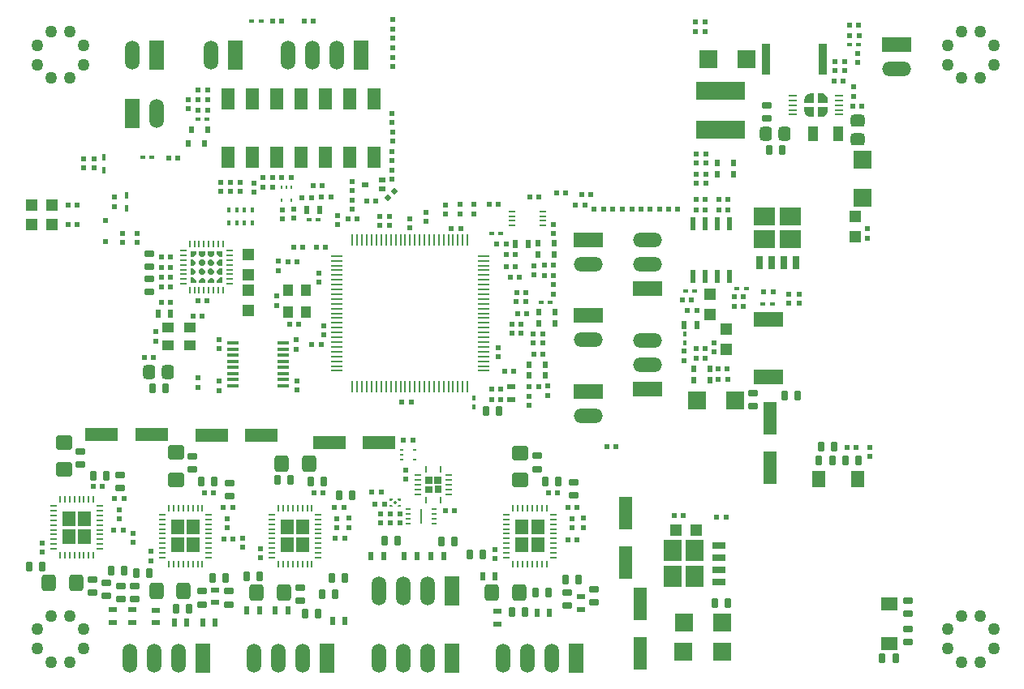
<source format=gtp>
G04*
G04 #@! TF.GenerationSoftware,Altium Limited,Altium Designer,18.1.9 (240)*
G04*
G04 Layer_Color=8421504*
%FSLAX25Y25*%
%MOIN*%
G70*
G01*
G75*
%ADD42R,0.07520X0.08898*%
%ADD43O,0.11900X0.05900*%
%ADD44R,0.11900X0.05900*%
%ADD45R,0.05900X0.11900*%
%ADD46O,0.05900X0.11900*%
%ADD47R,0.05276X0.06181*%
%ADD48R,0.08898X0.07520*%
%ADD49R,0.05706X0.08973*%
%ADD50R,0.02950X0.00965*%
G04:AMPARAMS|DCode=51|XSize=27.13mil|YSize=37.37mil|CornerRadius=4.83mil|HoleSize=0mil|Usage=FLASHONLY|Rotation=180.000|XOffset=0mil|YOffset=0mil|HoleType=Round|Shape=RoundedRectangle|*
%AMROUNDEDRECTD51*
21,1,0.02713,0.02772,0,0,180.0*
21,1,0.01748,0.03737,0,0,180.0*
1,1,0.00965,-0.00874,0.01386*
1,1,0.00965,0.00874,0.01386*
1,1,0.00965,0.00874,-0.01386*
1,1,0.00965,-0.00874,-0.01386*
%
%ADD51ROUNDEDRECTD51*%
%ADD52R,0.19879X0.07615*%
%ADD53R,0.07700X0.07700*%
G04:AMPARAMS|DCode=54|XSize=50mil|YSize=58mil|CornerRadius=12mil|HoleSize=0mil|Usage=FLASHONLY|Rotation=270.000|XOffset=0mil|YOffset=0mil|HoleType=Round|Shape=RoundedRectangle|*
%AMROUNDEDRECTD54*
21,1,0.05000,0.03400,0,0,270.0*
21,1,0.02600,0.05800,0,0,270.0*
1,1,0.02400,-0.01700,-0.01300*
1,1,0.02400,-0.01700,0.01300*
1,1,0.02400,0.01700,0.01300*
1,1,0.02400,0.01700,-0.01300*
%
%ADD54ROUNDEDRECTD54*%
%ADD55R,0.04131X0.06493*%
%ADD56R,0.05233X0.06887*%
%ADD57R,0.01800X0.02600*%
%ADD58R,0.04800X0.01300*%
%ADD59R,0.12400X0.06100*%
G04:AMPARAMS|DCode=60|XSize=50mil|YSize=58mil|CornerRadius=12mil|HoleSize=0mil|Usage=FLASHONLY|Rotation=180.000|XOffset=0mil|YOffset=0mil|HoleType=Round|Shape=RoundedRectangle|*
%AMROUNDEDRECTD60*
21,1,0.05000,0.03400,0,0,180.0*
21,1,0.02600,0.05800,0,0,180.0*
1,1,0.02400,-0.01300,0.01700*
1,1,0.02400,0.01300,0.01700*
1,1,0.02400,0.01300,-0.01700*
1,1,0.02400,-0.01300,-0.01700*
%
%ADD60ROUNDEDRECTD60*%
G04:AMPARAMS|DCode=61|XSize=20mil|YSize=22mil|CornerRadius=3.4mil|HoleSize=0mil|Usage=FLASHONLY|Rotation=0.000|XOffset=0mil|YOffset=0mil|HoleType=Round|Shape=RoundedRectangle|*
%AMROUNDEDRECTD61*
21,1,0.02000,0.01520,0,0,0.0*
21,1,0.01320,0.02200,0,0,0.0*
1,1,0.00680,0.00660,-0.00760*
1,1,0.00680,-0.00660,-0.00760*
1,1,0.00680,-0.00660,0.00760*
1,1,0.00680,0.00660,0.00760*
%
%ADD61ROUNDEDRECTD61*%
%ADD62R,0.05000X0.04000*%
%ADD63R,0.01800X0.02400*%
G04:AMPARAMS|DCode=64|XSize=27.13mil|YSize=37.37mil|CornerRadius=4.83mil|HoleSize=0mil|Usage=FLASHONLY|Rotation=90.000|XOffset=0mil|YOffset=0mil|HoleType=Round|Shape=RoundedRectangle|*
%AMROUNDEDRECTD64*
21,1,0.02713,0.02772,0,0,90.0*
21,1,0.01748,0.03737,0,0,90.0*
1,1,0.00965,0.01386,0.00874*
1,1,0.00965,0.01386,-0.00874*
1,1,0.00965,-0.01386,-0.00874*
1,1,0.00965,-0.01386,0.00874*
%
%ADD64ROUNDEDRECTD64*%
G04:AMPARAMS|DCode=65|XSize=20mil|YSize=22mil|CornerRadius=3.4mil|HoleSize=0mil|Usage=FLASHONLY|Rotation=270.000|XOffset=0mil|YOffset=0mil|HoleType=Round|Shape=RoundedRectangle|*
%AMROUNDEDRECTD65*
21,1,0.02000,0.01520,0,0,270.0*
21,1,0.01320,0.02200,0,0,270.0*
1,1,0.00680,-0.00760,-0.00660*
1,1,0.00680,-0.00760,0.00660*
1,1,0.00680,0.00760,0.00660*
1,1,0.00680,0.00760,-0.00660*
%
%ADD65ROUNDEDRECTD65*%
%ADD66O,0.00784X0.04918*%
%ADD67O,0.04918X0.00784*%
%ADD68R,0.02200X0.02200*%
%ADD69R,0.03343X0.12792*%
%ADD70C,0.05000*%
G04:AMPARAMS|DCode=71|XSize=61mil|YSize=69mil|CornerRadius=14.75mil|HoleSize=0mil|Usage=FLASHONLY|Rotation=90.000|XOffset=0mil|YOffset=0mil|HoleType=Round|Shape=RoundedRectangle|*
%AMROUNDEDRECTD71*
21,1,0.06100,0.03950,0,0,90.0*
21,1,0.03150,0.06900,0,0,90.0*
1,1,0.02950,0.01975,0.01575*
1,1,0.02950,0.01975,-0.01575*
1,1,0.02950,-0.01975,-0.01575*
1,1,0.02950,-0.01975,0.01575*
%
%ADD71ROUNDEDRECTD71*%
%ADD72R,0.13186X0.05312*%
%ADD73R,0.05400X0.02600*%
%ADD74R,0.02200X0.05800*%
%ADD75R,0.04600X0.04600*%
%ADD76R,0.02438X0.03265*%
%ADD77O,0.00784X0.03147*%
%ADD78O,0.03147X0.00784*%
G04:AMPARAMS|DCode=79|XSize=9.02mil|YSize=29.5mil|CornerRadius=3.41mil|HoleSize=0mil|Usage=FLASHONLY|Rotation=180.000|XOffset=0mil|YOffset=0mil|HoleType=Round|Shape=RoundedRectangle|*
%AMROUNDEDRECTD79*
21,1,0.00902,0.02268,0,0,180.0*
21,1,0.00221,0.02950,0,0,180.0*
1,1,0.00682,-0.00110,0.01134*
1,1,0.00682,0.00110,0.01134*
1,1,0.00682,0.00110,-0.01134*
1,1,0.00682,-0.00110,-0.01134*
%
%ADD79ROUNDEDRECTD79*%
G04:AMPARAMS|DCode=80|XSize=9.02mil|YSize=29.5mil|CornerRadius=3.41mil|HoleSize=0mil|Usage=FLASHONLY|Rotation=270.000|XOffset=0mil|YOffset=0mil|HoleType=Round|Shape=RoundedRectangle|*
%AMROUNDEDRECTD80*
21,1,0.00902,0.02268,0,0,270.0*
21,1,0.00221,0.02950,0,0,270.0*
1,1,0.00682,-0.01134,-0.00110*
1,1,0.00682,-0.01134,0.00110*
1,1,0.00682,0.01134,0.00110*
1,1,0.00682,0.01134,-0.00110*
%
%ADD80ROUNDEDRECTD80*%
%ADD81R,0.02162X0.02950*%
%ADD82R,0.03816X0.00965*%
%ADD83R,0.01769X0.01965*%
%ADD84R,0.02950X0.01965*%
%ADD85R,0.01965X0.00784*%
%ADD86R,0.00587X0.06099*%
%ADD87R,0.01572X0.00981*%
%ADD88O,0.00902X0.02950*%
%ADD89O,0.02950X0.00902*%
%ADD90P,0.01849X4X180.0*%
%ADD91R,0.00981X0.01572*%
G04:AMPARAMS|DCode=92|XSize=21.62mil|YSize=22mil|CornerRadius=3.72mil|HoleSize=0mil|Usage=FLASHONLY|Rotation=90.000|XOffset=0mil|YOffset=0mil|HoleType=Round|Shape=RoundedRectangle|*
%AMROUNDEDRECTD92*
21,1,0.02162,0.01455,0,0,90.0*
21,1,0.01417,0.02200,0,0,90.0*
1,1,0.00745,0.00728,0.00709*
1,1,0.00745,0.00728,-0.00709*
1,1,0.00745,-0.00728,-0.00709*
1,1,0.00745,-0.00728,0.00709*
%
%ADD92ROUNDEDRECTD92*%
%ADD93R,0.01965X0.01769*%
%ADD94R,0.03265X0.02438*%
%ADD95R,0.05312X0.13186*%
G04:AMPARAMS|DCode=96|XSize=61mil|YSize=69mil|CornerRadius=14.75mil|HoleSize=0mil|Usage=FLASHONLY|Rotation=180.000|XOffset=0mil|YOffset=0mil|HoleType=Round|Shape=RoundedRectangle|*
%AMROUNDEDRECTD96*
21,1,0.06100,0.03950,0,0,180.0*
21,1,0.03150,0.06900,0,0,180.0*
1,1,0.02950,-0.01575,0.01975*
1,1,0.02950,0.01575,0.01975*
1,1,0.02950,0.01575,-0.01975*
1,1,0.02950,-0.01575,-0.01975*
%
%ADD96ROUNDEDRECTD96*%
%ADD97R,0.04600X0.04600*%
%ADD98R,0.07700X0.07700*%
%ADD99R,0.04000X0.05000*%
G04:AMPARAMS|DCode=100|XSize=20mil|YSize=22mil|CornerRadius=3.4mil|HoleSize=0mil|Usage=FLASHONLY|Rotation=225.000|XOffset=0mil|YOffset=0mil|HoleType=Round|Shape=RoundedRectangle|*
%AMROUNDEDRECTD100*
21,1,0.02000,0.01520,0,0,225.0*
21,1,0.01320,0.02200,0,0,225.0*
1,1,0.00680,-0.01004,0.00071*
1,1,0.00680,-0.00071,0.01004*
1,1,0.00680,0.01004,-0.00071*
1,1,0.00680,0.00071,-0.01004*
%
%ADD100ROUNDEDRECTD100*%
%ADD101R,0.06887X0.05233*%
%ADD102R,0.02600X0.05400*%
G36*
X243748Y19235D02*
X244000D01*
X244495Y19137D01*
X244960Y18944D01*
X245379Y18664D01*
X245736Y18308D01*
X246016Y17888D01*
X246209Y17423D01*
X246307Y16928D01*
Y16676D01*
X246307Y15220D01*
X242291Y15220D01*
X242291Y19235D01*
X243748Y19235D01*
D02*
G37*
G36*
X240756Y15180D02*
X236740Y15180D01*
X236740Y16637D01*
Y16889D01*
X236839Y17383D01*
X237031Y17849D01*
X237312Y18268D01*
X237668Y18625D01*
X238087Y18905D01*
X238553Y19098D01*
X239047Y19196D01*
X239299D01*
X240756Y19196D01*
X240756Y15180D01*
D02*
G37*
G36*
X246346Y12228D02*
Y11975D01*
X246248Y11481D01*
X246055Y11015D01*
X245775Y10596D01*
X245419Y10240D01*
X245000Y9960D01*
X244534Y9767D01*
X244039Y9668D01*
X243787D01*
X242331Y9668D01*
X242331Y13684D01*
X246346Y13684D01*
X246346Y12228D01*
D02*
G37*
G36*
X240795Y13645D02*
X240795Y9629D01*
X239339Y9629D01*
X239087D01*
X238592Y9727D01*
X238126Y9920D01*
X237707Y10200D01*
X237351Y10557D01*
X237071Y10976D01*
X236878Y11442D01*
X236780Y11936D01*
Y12188D01*
X236779Y13645D01*
X240795Y13645D01*
D02*
G37*
G36*
X-5677Y-46920D02*
X-6668Y-47894D01*
X-7485D01*
X-8433Y-46961D01*
Y-45631D01*
X-5677D01*
Y-46920D01*
D02*
G37*
G36*
X-9417D02*
X-10408Y-47894D01*
X-11225D01*
X-12173Y-46961D01*
Y-45631D01*
X-9417D01*
Y-46920D01*
D02*
G37*
G36*
X-2331Y-48091D02*
X-3512D01*
X-4791Y-46812D01*
Y-45631D01*
X-2331D01*
Y-48091D01*
D02*
G37*
G36*
X-13059Y-46812D02*
X-14339Y-48091D01*
X-15520D01*
Y-45631D01*
X-13059D01*
Y-46812D01*
D02*
G37*
G36*
X-9516Y-49863D02*
Y-50847D01*
X-10303Y-51635D01*
X-11287D01*
X-12173Y-50749D01*
Y-49961D01*
X-11189Y-48977D01*
X-10402D01*
X-9516Y-49863D01*
D02*
G37*
G36*
X-2331Y-51733D02*
X-3619D01*
X-4594Y-50743D01*
Y-49925D01*
X-3661Y-48977D01*
X-2331D01*
Y-51733D01*
D02*
G37*
G36*
X-5677Y-49961D02*
Y-50749D01*
X-6661Y-51733D01*
X-7449D01*
X-8335Y-50847D01*
Y-49863D01*
X-7547Y-49076D01*
X-6563D01*
X-5677Y-49961D01*
D02*
G37*
G36*
X-13256Y-49961D02*
Y-50847D01*
X-14142Y-51733D01*
X-15520D01*
Y-48977D01*
X-14240D01*
X-13256Y-49961D01*
D02*
G37*
G36*
X-9516Y-53603D02*
Y-54587D01*
X-10303Y-55375D01*
X-11287D01*
X-12173Y-54489D01*
Y-53702D01*
X-11189Y-52717D01*
X-10402D01*
X-9516Y-53603D01*
D02*
G37*
G36*
X-2331Y-55473D02*
X-3610D01*
X-4594Y-54489D01*
Y-53603D01*
X-3709Y-52717D01*
X-2331D01*
Y-55473D01*
D02*
G37*
G36*
X-5677Y-53702D02*
Y-54489D01*
X-6661Y-55473D01*
X-7449D01*
X-8335Y-54587D01*
Y-53603D01*
X-7547Y-52816D01*
X-6563D01*
X-5677Y-53702D01*
D02*
G37*
G36*
X-13256Y-53708D02*
Y-54525D01*
X-14189Y-55473D01*
X-15520D01*
Y-52717D01*
X-14231D01*
X-13256Y-53708D01*
D02*
G37*
G36*
X-2331Y-58820D02*
X-4791D01*
Y-57639D01*
X-3512Y-56359D01*
X-2331D01*
Y-58820D01*
D02*
G37*
G36*
X-5677Y-57489D02*
Y-58820D01*
X-8433D01*
Y-57531D01*
X-7442Y-56556D01*
X-6625D01*
X-5677Y-57489D01*
D02*
G37*
G36*
X-9417D02*
Y-58820D01*
X-12173D01*
Y-57531D01*
X-11183Y-56556D01*
X-10365D01*
X-9417Y-57489D01*
D02*
G37*
G36*
X-13059Y-57639D02*
Y-58820D01*
X-15520D01*
Y-56359D01*
X-14339D01*
X-13059Y-57639D01*
D02*
G37*
G36*
X87657Y-141260D02*
X84784D01*
Y-138425D01*
X87657D01*
Y-141260D01*
D02*
G37*
G36*
X83878Y-141299D02*
X81043D01*
Y-138425D01*
X83878D01*
Y-141299D01*
D02*
G37*
G36*
X87657Y-145039D02*
X84823D01*
Y-142165D01*
X87657D01*
Y-145039D01*
D02*
G37*
G36*
X83917D02*
X81043D01*
Y-142205D01*
X83917D01*
Y-145039D01*
D02*
G37*
G36*
X71042Y-148227D02*
X70118Y-148227D01*
X69628Y-147736D01*
X69628Y-147403D01*
X71042D01*
Y-148227D01*
D02*
G37*
G36*
X67774Y-147736D02*
X67284Y-148227D01*
X66360Y-148227D01*
Y-147403D01*
X67774D01*
X67774Y-147736D01*
D02*
G37*
G36*
X71042Y-150825D02*
X69628D01*
X69628Y-150492D01*
X70118Y-150002D01*
X71042Y-150002D01*
Y-150825D01*
D02*
G37*
G36*
X67284Y-150002D02*
X67774Y-150492D01*
X67774Y-150825D01*
X66360D01*
Y-150002D01*
X67284Y-150002D01*
D02*
G37*
G54D42*
X182542Y-179376D02*
D03*
X182546Y-168739D02*
D03*
X191802Y-168739D02*
D03*
X191798Y-179376D02*
D03*
G54D43*
X172375Y-82525D02*
D03*
Y-92525D02*
D03*
X148114Y-51060D02*
D03*
Y-82162D02*
D03*
Y-113265D02*
D03*
X274575Y29375D02*
D03*
X172475Y-51125D02*
D03*
Y-41125D02*
D03*
G54D44*
X172375Y-102525D02*
D03*
X148114Y-41060D02*
D03*
Y-72162D02*
D03*
Y-103265D02*
D03*
X274575Y39375D02*
D03*
X172475Y-61125D02*
D03*
G54D45*
X2900Y35000D02*
D03*
X54695Y35043D02*
D03*
X-10500Y-213000D02*
D03*
X40681D02*
D03*
X91862Y-185441D02*
D03*
Y-213000D02*
D03*
X143083Y-212961D02*
D03*
X-39200Y10900D02*
D03*
X-29200Y35000D02*
D03*
G54D46*
X-7100D02*
D03*
X24695Y35043D02*
D03*
X34695D02*
D03*
X44695D02*
D03*
X-20500Y-213000D02*
D03*
X-30500D02*
D03*
X-40500D02*
D03*
X30681D02*
D03*
X20681D02*
D03*
X10681D02*
D03*
X81862Y-185441D02*
D03*
X71862D02*
D03*
X61862D02*
D03*
X81862Y-213000D02*
D03*
X71862D02*
D03*
X61862D02*
D03*
X133083Y-212961D02*
D03*
X123083D02*
D03*
X113083D02*
D03*
X-29200Y10900D02*
D03*
X-39200Y35000D02*
D03*
G54D47*
X120742Y-166503D02*
D03*
X127204Y-159135D02*
D03*
X120747Y-159138D02*
D03*
X127203Y-166504D02*
D03*
X-58935Y-162904D02*
D03*
X-65391Y-155538D02*
D03*
X-58934Y-155535D02*
D03*
X-65395Y-162903D02*
D03*
X-14197Y-166504D02*
D03*
X-20654Y-159138D02*
D03*
X-14196Y-159135D02*
D03*
X-20658Y-166503D02*
D03*
X30803Y-166504D02*
D03*
X24346Y-159138D02*
D03*
X30804Y-159135D02*
D03*
X24342Y-166503D02*
D03*
G54D48*
X220369Y-31334D02*
D03*
X231007Y-31338D02*
D03*
X231007Y-40594D02*
D03*
X220369Y-40590D02*
D03*
G54D49*
X0Y-6949D02*
D03*
Y16949D02*
D03*
X10000Y-6949D02*
D03*
Y16949D02*
D03*
X20000Y-6949D02*
D03*
Y16949D02*
D03*
X30000Y-6949D02*
D03*
Y16949D02*
D03*
X40000Y-6949D02*
D03*
Y16949D02*
D03*
X50000Y-6949D02*
D03*
Y16949D02*
D03*
X60000Y-6949D02*
D03*
Y16949D02*
D03*
G54D50*
X116701Y-29247D02*
D03*
Y-31216D02*
D03*
Y-33184D02*
D03*
Y-35153D02*
D03*
X129299Y-29247D02*
D03*
Y-31216D02*
D03*
Y-33184D02*
D03*
Y-35153D02*
D03*
G54D51*
X-31152Y-102126D02*
D03*
X-25798D02*
D03*
X199998Y-190425D02*
D03*
X205352D02*
D03*
X126298Y-185925D02*
D03*
X131652D02*
D03*
X104752Y-170525D02*
D03*
X99398D02*
D03*
X122052Y-194125D02*
D03*
X116698D02*
D03*
X135652Y-140325D02*
D03*
X130298D02*
D03*
X138698Y-180725D02*
D03*
X144052D02*
D03*
X7498Y-179325D02*
D03*
X12852D02*
D03*
X38598Y-186625D02*
D03*
X43952D02*
D03*
X20198Y-139725D02*
D03*
X25552D02*
D03*
X69705Y-164665D02*
D03*
X64350D02*
D03*
X93052Y-165125D02*
D03*
X87698D02*
D03*
X45598Y-146125D02*
D03*
X50952D02*
D03*
X33998Y-140425D02*
D03*
X39352D02*
D03*
X48052Y-180025D02*
D03*
X42698D02*
D03*
X-10902Y-140425D02*
D03*
X-5548D02*
D03*
X-1148Y-180125D02*
D03*
X-6502D02*
D03*
X-16148Y-192825D02*
D03*
X-21502D02*
D03*
X-32223Y-177900D02*
D03*
X-37577D02*
D03*
X31698Y-194625D02*
D03*
X37052D02*
D03*
X243548Y-125875D02*
D03*
X248902D02*
D03*
X242798Y-131625D02*
D03*
X248152D02*
D03*
X253498D02*
D03*
X258852D02*
D03*
X227552Y-4125D02*
D03*
X222198D02*
D03*
X233852Y-105125D02*
D03*
X228498D02*
D03*
X-55502Y-137925D02*
D03*
X-50148D02*
D03*
X-42548Y-176925D02*
D03*
X-47902D02*
D03*
X-76248Y-175325D02*
D03*
X-81602D02*
D03*
X111240Y-111417D02*
D03*
X105886D02*
D03*
X274152Y-213025D02*
D03*
X268798D02*
D03*
G54D52*
X202275Y20149D02*
D03*
Y4401D02*
D03*
G54D53*
X197201Y33275D02*
D03*
X212975D02*
D03*
X208349Y-106925D02*
D03*
X192575D02*
D03*
X187146Y-198458D02*
D03*
X202921D02*
D03*
X202830Y-210442D02*
D03*
X187056D02*
D03*
G54D54*
X258575Y7915D02*
D03*
Y375D02*
D03*
G54D55*
X240358Y2675D02*
D03*
X250791D02*
D03*
G54D56*
X242565Y-139425D02*
D03*
X258785D02*
D03*
G54D57*
X-50925Y-12381D02*
D03*
Y-6869D02*
D03*
X-41608Y-22657D02*
D03*
Y-28168D02*
D03*
G54D58*
X22587Y-83471D02*
D03*
Y-85971D02*
D03*
X2051Y-101021D02*
D03*
X22587Y-98521D02*
D03*
X2051D02*
D03*
Y-93521D02*
D03*
X22587Y-101021D02*
D03*
X2051Y-96021D02*
D03*
X22587D02*
D03*
X22587Y-93521D02*
D03*
X22587Y-88471D02*
D03*
X2051Y-90971D02*
D03*
Y-88471D02*
D03*
Y-83471D02*
D03*
X22587Y-90971D02*
D03*
X2051Y-85971D02*
D03*
G54D59*
X222008Y-97417D02*
D03*
Y-73706D02*
D03*
G54D60*
X-32225Y-95225D02*
D03*
X-24685D02*
D03*
X221135Y2775D02*
D03*
X228675D02*
D03*
G54D61*
X-27315Y-56325D02*
D03*
X-23525D02*
D03*
X21939Y49016D02*
D03*
X18150D02*
D03*
X169587Y-28425D02*
D03*
X165816D02*
D03*
X154252Y-28504D02*
D03*
X150462D02*
D03*
X149026Y-22520D02*
D03*
X145236D02*
D03*
X142756Y-26693D02*
D03*
X146546D02*
D03*
X186683Y-65765D02*
D03*
X190472D02*
D03*
X35010Y49016D02*
D03*
X31220D02*
D03*
X158100Y-28425D02*
D03*
X161890D02*
D03*
X38239Y-84173D02*
D03*
X34449D02*
D03*
X173428Y-28425D02*
D03*
X177217D02*
D03*
X123966Y-23307D02*
D03*
X127756D02*
D03*
X180974Y-28425D02*
D03*
X184764D02*
D03*
X255344Y47244D02*
D03*
X259134D02*
D03*
X89173Y-152461D02*
D03*
X92943D02*
D03*
X60660Y-24902D02*
D03*
X56870D02*
D03*
X60433Y-149606D02*
D03*
X64203D02*
D03*
X72047Y-123425D02*
D03*
X75817D02*
D03*
X254200Y-126300D02*
D03*
X257990D02*
D03*
X207885Y-64425D02*
D03*
X211675D02*
D03*
X34165Y-23625D02*
D03*
X30375D02*
D03*
X118985Y-71525D02*
D03*
X122775D02*
D03*
X26875Y-43925D02*
D03*
X30665D02*
D03*
X36275D02*
D03*
X40065D02*
D03*
X207885Y-68325D02*
D03*
X211675D02*
D03*
X205145Y-94125D02*
D03*
X201375D02*
D03*
X143445Y-164225D02*
D03*
X139675D02*
D03*
X131575Y-145025D02*
D03*
X135345D02*
D03*
X139605Y-150925D02*
D03*
X143375D02*
D03*
X44075Y-163825D02*
D03*
X47845D02*
D03*
X35275Y-145125D02*
D03*
X39045D02*
D03*
X47575Y-150925D02*
D03*
X43805D02*
D03*
X1945Y-164025D02*
D03*
X-1825D02*
D03*
X-9825Y-145125D02*
D03*
X-6055D02*
D03*
X-1857Y-151025D02*
D03*
X1913D02*
D03*
X248975Y24375D02*
D03*
X252745D02*
D03*
X118505Y-62725D02*
D03*
X122275D02*
D03*
X118075Y-47025D02*
D03*
X114305D02*
D03*
X119699Y-56296D02*
D03*
X115929D02*
D03*
X25267Y-75705D02*
D03*
X29037D02*
D03*
X-8690Y-66047D02*
D03*
X-12460D02*
D03*
X-10525Y-72525D02*
D03*
X-14295D02*
D03*
X-27325Y-47925D02*
D03*
X-23555D02*
D03*
X-27325Y-60325D02*
D03*
X-23555D02*
D03*
X-34295Y-89225D02*
D03*
X-30525D02*
D03*
X71457Y-107677D02*
D03*
X75227D02*
D03*
X118124Y-52162D02*
D03*
X114354D02*
D03*
X-43155Y-160225D02*
D03*
X-46925D02*
D03*
X-55425Y-142525D02*
D03*
X-51655D02*
D03*
X-46595Y-147425D02*
D03*
X-42825D02*
D03*
X159375Y-126025D02*
D03*
X155605D02*
D03*
X-27325Y-66725D02*
D03*
X-23555D02*
D03*
X-20700Y-7300D02*
D03*
X-24490D02*
D03*
X-12300Y16600D02*
D03*
X-8510D02*
D03*
X-12300Y20700D02*
D03*
X-8510D02*
D03*
X-8500Y12400D02*
D03*
X-12290D02*
D03*
X259175Y43120D02*
D03*
X255385D02*
D03*
X192039Y48518D02*
D03*
X195828D02*
D03*
X192039Y44518D02*
D03*
X195828D02*
D03*
X201375Y-98425D02*
D03*
X205165D02*
D03*
X123785Y-101225D02*
D03*
X127575D02*
D03*
X118475Y-66525D02*
D03*
X122265D02*
D03*
X192175Y-89625D02*
D03*
X195965D02*
D03*
X195975Y-85625D02*
D03*
X192185D02*
D03*
X52973Y-32283D02*
D03*
X49183D02*
D03*
X18200Y-15500D02*
D03*
X14430D02*
D03*
X256585Y13875D02*
D03*
X260375D02*
D03*
X201500Y-24500D02*
D03*
X205290D02*
D03*
X129975Y-51425D02*
D03*
X133765D02*
D03*
X188810Y-69900D02*
D03*
X192600D02*
D03*
X-27315Y-52225D02*
D03*
X-23525D02*
D03*
X110475Y-42825D02*
D03*
X114265D02*
D03*
X220085Y-62525D02*
D03*
X223875D02*
D03*
X110975Y-26325D02*
D03*
X107185D02*
D03*
X200785Y-155125D02*
D03*
X204575D02*
D03*
X183275Y-154525D02*
D03*
X187065D02*
D03*
X125485Y-87925D02*
D03*
X129275D02*
D03*
X-61925Y-34825D02*
D03*
X-65715D02*
D03*
X133765Y-55625D02*
D03*
X129975D02*
D03*
X195990Y-24500D02*
D03*
X192200D02*
D03*
X205300Y-28800D02*
D03*
X201510D02*
D03*
X192210D02*
D03*
X196000D02*
D03*
X18200Y-19400D02*
D03*
X14410D02*
D03*
X-61900Y-26725D02*
D03*
X-65690D02*
D03*
X62825Y-144685D02*
D03*
X59035D02*
D03*
X117475Y-95075D02*
D03*
X113685D02*
D03*
X120275Y-75575D02*
D03*
X116485D02*
D03*
X120275Y-79475D02*
D03*
X116485D02*
D03*
X25900Y-15500D02*
D03*
X22110D02*
D03*
X28475Y-49938D02*
D03*
X24685D02*
D03*
X91702Y-36319D02*
D03*
X95492D02*
D03*
X108175Y-102425D02*
D03*
X111965D02*
D03*
X42254Y-23465D02*
D03*
X38464D02*
D03*
X38711Y-18799D02*
D03*
X34921D02*
D03*
X138632Y-21614D02*
D03*
X134843D02*
D03*
X111948Y-106604D02*
D03*
X108158D02*
D03*
G54D62*
X-24653Y-84367D02*
D03*
X-15525D02*
D03*
Y-77025D02*
D03*
X-24653D02*
D03*
G54D63*
X9827Y-33996D02*
D03*
X6677D02*
D03*
X3502D02*
D03*
X302D02*
D03*
Y-28639D02*
D03*
X3502D02*
D03*
X6677D02*
D03*
X9827D02*
D03*
G54D64*
X-32425Y-57048D02*
D03*
Y-62402D02*
D03*
X-44225Y-137548D02*
D03*
Y-142902D02*
D03*
X126975Y-129848D02*
D03*
Y-135202D02*
D03*
X139275Y-186125D02*
D03*
Y-191480D02*
D03*
X150475Y-184748D02*
D03*
Y-190102D02*
D03*
X142075Y-140548D02*
D03*
Y-145902D02*
D03*
X29700Y-189277D02*
D03*
Y-183923D02*
D03*
X-10600Y-190877D02*
D03*
Y-185523D02*
D03*
X-14625Y-129948D02*
D03*
Y-135302D02*
D03*
X200Y-190877D02*
D03*
Y-185523D02*
D03*
X675Y-140948D02*
D03*
Y-146302D02*
D03*
X215775Y-104148D02*
D03*
Y-109502D02*
D03*
X221375Y8998D02*
D03*
Y14352D02*
D03*
X-55625Y-180648D02*
D03*
Y-186002D02*
D03*
X-49925Y-187402D02*
D03*
Y-182048D02*
D03*
X-60625Y-128048D02*
D03*
Y-133402D02*
D03*
X-44175Y-188779D02*
D03*
Y-183425D02*
D03*
X-38375Y-183448D02*
D03*
Y-188802D02*
D03*
X-32425Y-51903D02*
D03*
Y-46548D02*
D03*
X279175Y-189348D02*
D03*
Y-194702D02*
D03*
Y-201148D02*
D03*
Y-206502D02*
D03*
G54D65*
X37477Y-58435D02*
D03*
Y-54665D02*
D03*
X230400Y-67000D02*
D03*
Y-63210D02*
D03*
X44961Y-34803D02*
D03*
Y-31013D02*
D03*
X133583Y-38400D02*
D03*
Y-34610D02*
D03*
X133637Y-63278D02*
D03*
Y-59488D02*
D03*
X187343Y-90640D02*
D03*
Y-86850D02*
D03*
X131339Y-101171D02*
D03*
Y-104961D02*
D03*
X67677Y34065D02*
D03*
Y30275D02*
D03*
X67598Y45777D02*
D03*
Y49567D02*
D03*
X39272Y-80089D02*
D03*
Y-76299D02*
D03*
X67441Y11113D02*
D03*
Y7323D02*
D03*
Y-8475D02*
D03*
Y-4685D02*
D03*
X67520Y3435D02*
D03*
Y-354D02*
D03*
X67421Y-16172D02*
D03*
Y-12382D02*
D03*
X27067Y-32028D02*
D03*
Y-28258D02*
D03*
X70571Y-157382D02*
D03*
Y-153612D02*
D03*
X62500Y-157382D02*
D03*
Y-153612D02*
D03*
X66535Y-157382D02*
D03*
Y-153612D02*
D03*
X73130Y-139400D02*
D03*
Y-135610D02*
D03*
X234500Y-63210D02*
D03*
Y-67000D02*
D03*
X196275Y-9375D02*
D03*
Y-5605D02*
D03*
X109775Y-171995D02*
D03*
Y-168225D02*
D03*
X141275Y-159325D02*
D03*
Y-155555D02*
D03*
X13375Y-171795D02*
D03*
Y-168025D02*
D03*
X44775Y-155555D02*
D03*
Y-159325D02*
D03*
X-31725Y-172895D02*
D03*
Y-169125D02*
D03*
X-225Y-159425D02*
D03*
Y-155655D02*
D03*
X-43472Y-38325D02*
D03*
Y-42095D02*
D03*
X-3658Y-81985D02*
D03*
Y-85755D02*
D03*
X28134Y-85913D02*
D03*
Y-82143D02*
D03*
X28232Y-102661D02*
D03*
Y-98891D02*
D03*
X-3559Y-99180D02*
D03*
Y-102950D02*
D03*
X81378Y-33484D02*
D03*
Y-29714D02*
D03*
X19875Y-64155D02*
D03*
Y-67925D02*
D03*
X-29625Y-82595D02*
D03*
Y-78825D02*
D03*
X20709Y-53602D02*
D03*
Y-49832D02*
D03*
X-59225Y-11325D02*
D03*
Y-7555D02*
D03*
X111075Y-85298D02*
D03*
Y-89068D02*
D03*
X-44825Y-155725D02*
D03*
Y-151955D02*
D03*
X-76325Y-169495D02*
D03*
Y-165725D02*
D03*
X67682Y38043D02*
D03*
Y41813D02*
D03*
X-16400Y12900D02*
D03*
Y16690D02*
D03*
X258504Y35758D02*
D03*
Y31969D02*
D03*
X-12400Y-97810D02*
D03*
Y-101600D02*
D03*
X192275Y-5585D02*
D03*
Y-9375D02*
D03*
X125375Y-83415D02*
D03*
Y-79625D02*
D03*
X196325Y-17825D02*
D03*
Y-14035D02*
D03*
X50827Y-24675D02*
D03*
Y-28465D02*
D03*
X22146Y-32402D02*
D03*
Y-28612D02*
D03*
X5100Y-21000D02*
D03*
Y-17230D02*
D03*
X1000Y-21000D02*
D03*
Y-17230D02*
D03*
X146075Y-155525D02*
D03*
Y-159315D02*
D03*
X49575D02*
D03*
Y-155525D02*
D03*
X5875Y-163625D02*
D03*
Y-167415D02*
D03*
X253175Y32365D02*
D03*
Y28575D02*
D03*
X249175Y28585D02*
D03*
Y32375D02*
D03*
X256975Y18085D02*
D03*
Y21875D02*
D03*
X125775Y-51635D02*
D03*
Y-55425D02*
D03*
X123775Y-109025D02*
D03*
Y-105235D02*
D03*
X129475Y-83415D02*
D03*
Y-79625D02*
D03*
X62205Y-31378D02*
D03*
Y-35168D02*
D03*
X-37472Y-42124D02*
D03*
Y-38335D02*
D03*
X199775Y-87125D02*
D03*
Y-83335D02*
D03*
X262800Y-40290D02*
D03*
Y-36500D02*
D03*
X-46628Y-27204D02*
D03*
Y-23414D02*
D03*
X-55125Y-7535D02*
D03*
Y-11325D02*
D03*
X-39025Y-161625D02*
D03*
Y-165415D02*
D03*
X192225Y-17825D02*
D03*
Y-14035D02*
D03*
X74685Y-32234D02*
D03*
Y-36024D02*
D03*
X-3000Y-17200D02*
D03*
Y-20990D02*
D03*
X10500Y-21490D02*
D03*
Y-17700D02*
D03*
X100875Y-26525D02*
D03*
Y-30315D02*
D03*
X95175Y-26525D02*
D03*
Y-30315D02*
D03*
X89375Y-26625D02*
D03*
Y-30415D02*
D03*
X50827Y-16998D02*
D03*
Y-20787D02*
D03*
X66240Y-35168D02*
D03*
Y-31378D02*
D03*
G54D66*
X98376Y-41107D02*
D03*
X96407D02*
D03*
X94439D02*
D03*
X92470D02*
D03*
X90502D02*
D03*
X88533D02*
D03*
X86565D02*
D03*
X84596D02*
D03*
X82628D02*
D03*
X80659D02*
D03*
X78690D02*
D03*
X76722D02*
D03*
X74753D02*
D03*
X72785D02*
D03*
X70816D02*
D03*
X68848D02*
D03*
X66879D02*
D03*
X64911D02*
D03*
X62942D02*
D03*
X60974D02*
D03*
X59005D02*
D03*
X57037D02*
D03*
X55068D02*
D03*
X53100D02*
D03*
X51131D02*
D03*
Y-101343D02*
D03*
X53100D02*
D03*
X55068D02*
D03*
X57037D02*
D03*
X59005D02*
D03*
X60974D02*
D03*
X62942D02*
D03*
X64911D02*
D03*
X66879D02*
D03*
X68848D02*
D03*
X70816D02*
D03*
X72785D02*
D03*
X74753D02*
D03*
X76722D02*
D03*
X78690D02*
D03*
X80659D02*
D03*
X82628D02*
D03*
X84596D02*
D03*
X86565D02*
D03*
X88533D02*
D03*
X90502D02*
D03*
X92470D02*
D03*
X94439D02*
D03*
X96407D02*
D03*
X98376D02*
D03*
G54D67*
X44635Y-47603D02*
D03*
Y-49572D02*
D03*
Y-51540D02*
D03*
Y-53509D02*
D03*
Y-55477D02*
D03*
Y-57446D02*
D03*
Y-59414D02*
D03*
Y-61383D02*
D03*
Y-63351D02*
D03*
Y-65320D02*
D03*
Y-67288D02*
D03*
Y-69257D02*
D03*
Y-71225D02*
D03*
Y-73194D02*
D03*
Y-75162D02*
D03*
Y-77131D02*
D03*
Y-79099D02*
D03*
Y-81068D02*
D03*
Y-83036D02*
D03*
Y-85005D02*
D03*
Y-86973D02*
D03*
Y-88942D02*
D03*
Y-90910D02*
D03*
Y-92879D02*
D03*
Y-94847D02*
D03*
X104872D02*
D03*
Y-92879D02*
D03*
Y-90910D02*
D03*
Y-88942D02*
D03*
Y-86973D02*
D03*
Y-85005D02*
D03*
Y-83036D02*
D03*
Y-81068D02*
D03*
Y-79099D02*
D03*
Y-77131D02*
D03*
Y-75162D02*
D03*
Y-73194D02*
D03*
Y-71225D02*
D03*
Y-69257D02*
D03*
Y-67288D02*
D03*
Y-65320D02*
D03*
Y-63351D02*
D03*
Y-61383D02*
D03*
Y-59414D02*
D03*
Y-57446D02*
D03*
Y-55477D02*
D03*
Y-53509D02*
D03*
Y-51540D02*
D03*
Y-49572D02*
D03*
Y-47603D02*
D03*
G54D68*
X-50508Y-41700D02*
D03*
Y-32969D02*
D03*
G54D69*
X244189Y33275D02*
D03*
X220961D02*
D03*
G54D70*
X309138Y-214564D02*
D03*
X301264D02*
D03*
X295752Y-209052D02*
D03*
Y-201178D02*
D03*
X301264Y-195666D02*
D03*
X309138D02*
D03*
X314650Y-201178D02*
D03*
Y-209052D02*
D03*
Y31106D02*
D03*
Y38980D02*
D03*
X309138Y44491D02*
D03*
X301264D02*
D03*
X295752Y38980D02*
D03*
Y31106D02*
D03*
X301264Y25594D02*
D03*
X309138D02*
D03*
X-59366Y31106D02*
D03*
Y38980D02*
D03*
X-64878Y44491D02*
D03*
X-72752D02*
D03*
X-78264Y38980D02*
D03*
Y31106D02*
D03*
X-72752Y25594D02*
D03*
X-64878D02*
D03*
X-59366Y-209052D02*
D03*
Y-201178D02*
D03*
X-64878Y-195666D02*
D03*
X-72752D02*
D03*
X-78264Y-201178D02*
D03*
Y-209052D02*
D03*
X-72752Y-214564D02*
D03*
X-64878D02*
D03*
G54D71*
X-67425Y-124225D02*
D03*
Y-135424D02*
D03*
X120100Y-128600D02*
D03*
Y-139798D02*
D03*
X-21425Y-139624D02*
D03*
Y-128425D02*
D03*
G54D72*
X-31389Y-121125D02*
D03*
X-51861D02*
D03*
X41502Y-124325D02*
D03*
X61975D02*
D03*
X-6700Y-121500D02*
D03*
X13772D02*
D03*
G54D73*
X201695Y-181558D02*
D03*
Y-176558D02*
D03*
Y-171557D02*
D03*
Y-166558D02*
D03*
G54D74*
X200875Y-34383D02*
D03*
Y-56110D02*
D03*
X205875Y-34383D02*
D03*
X195875D02*
D03*
X190875D02*
D03*
X205875Y-56110D02*
D03*
X195875D02*
D03*
X190875D02*
D03*
G54D75*
X204775Y-77725D02*
D03*
Y-86059D02*
D03*
X8350Y-47143D02*
D03*
Y-55476D02*
D03*
X8252Y-69977D02*
D03*
Y-61643D02*
D03*
X197900Y-71534D02*
D03*
Y-63200D02*
D03*
X257800Y-39734D02*
D03*
Y-31400D02*
D03*
G54D76*
X-23607Y-71325D02*
D03*
X-28843D02*
D03*
X187343Y-75984D02*
D03*
X192579D02*
D03*
X126857Y-194525D02*
D03*
X132093D02*
D03*
X83357Y-171025D02*
D03*
X88593D02*
D03*
X72457D02*
D03*
X77693D02*
D03*
X58757D02*
D03*
X63993D02*
D03*
X37693Y-28771D02*
D03*
X32457D02*
D03*
X24618Y-193400D02*
D03*
X19382D02*
D03*
X109793Y-179225D02*
D03*
X104557D02*
D03*
X118057Y-42625D02*
D03*
X123293D02*
D03*
X-22118Y-198200D02*
D03*
X-16882D02*
D03*
X-10518Y-198300D02*
D03*
X-5282D02*
D03*
X7582Y-193400D02*
D03*
X12818D02*
D03*
X42882Y-197800D02*
D03*
X48118D02*
D03*
G54D77*
X117085Y-151304D02*
D03*
X119053D02*
D03*
X121022D02*
D03*
X122991D02*
D03*
X124959D02*
D03*
X126928D02*
D03*
X128896D02*
D03*
X130865D02*
D03*
Y-174335D02*
D03*
X128896D02*
D03*
X126928D02*
D03*
X124959D02*
D03*
X122991D02*
D03*
X121022D02*
D03*
X119053D02*
D03*
X117085D02*
D03*
X-69053Y-170735D02*
D03*
X-67084D02*
D03*
X-65116D02*
D03*
X-63147D02*
D03*
X-61179D02*
D03*
X-59210D02*
D03*
X-57242D02*
D03*
X-55273D02*
D03*
Y-147704D02*
D03*
X-57242D02*
D03*
X-59210D02*
D03*
X-61179D02*
D03*
X-63147D02*
D03*
X-65116D02*
D03*
X-67084D02*
D03*
X-69053D02*
D03*
X-24315Y-174335D02*
D03*
X-22346D02*
D03*
X-20378D02*
D03*
X-18409D02*
D03*
X-16441D02*
D03*
X-14472D02*
D03*
X-12504D02*
D03*
X-10535D02*
D03*
Y-151304D02*
D03*
X-12504D02*
D03*
X-14472D02*
D03*
X-16441D02*
D03*
X-18409D02*
D03*
X-20378D02*
D03*
X-22346D02*
D03*
X-24315D02*
D03*
X20685Y-174335D02*
D03*
X22654D02*
D03*
X24622D02*
D03*
X26591D02*
D03*
X28559D02*
D03*
X30528D02*
D03*
X32496D02*
D03*
X34465D02*
D03*
Y-151304D02*
D03*
X32496D02*
D03*
X30528D02*
D03*
X28559D02*
D03*
X26591D02*
D03*
X24622D02*
D03*
X22654D02*
D03*
X20685D02*
D03*
G54D78*
X133542Y-153961D02*
D03*
Y-155930D02*
D03*
Y-157898D02*
D03*
Y-159867D02*
D03*
Y-161835D02*
D03*
Y-163804D02*
D03*
Y-165772D02*
D03*
Y-167741D02*
D03*
Y-169709D02*
D03*
Y-171678D02*
D03*
X114408D02*
D03*
Y-169709D02*
D03*
Y-167741D02*
D03*
Y-165772D02*
D03*
Y-163804D02*
D03*
Y-161835D02*
D03*
Y-159867D02*
D03*
Y-157898D02*
D03*
Y-155930D02*
D03*
Y-153961D02*
D03*
X-71730Y-150361D02*
D03*
Y-152330D02*
D03*
Y-154298D02*
D03*
Y-156267D02*
D03*
Y-158235D02*
D03*
Y-160204D02*
D03*
Y-162172D02*
D03*
Y-164141D02*
D03*
Y-166109D02*
D03*
Y-168078D02*
D03*
X-52596D02*
D03*
Y-166109D02*
D03*
Y-164141D02*
D03*
Y-162172D02*
D03*
Y-160204D02*
D03*
Y-158235D02*
D03*
Y-156267D02*
D03*
Y-154298D02*
D03*
Y-152330D02*
D03*
Y-150361D02*
D03*
X-26992Y-153961D02*
D03*
Y-155930D02*
D03*
Y-157898D02*
D03*
Y-159867D02*
D03*
Y-161835D02*
D03*
Y-163804D02*
D03*
Y-165772D02*
D03*
Y-167741D02*
D03*
Y-169709D02*
D03*
Y-171678D02*
D03*
X-7858D02*
D03*
Y-169709D02*
D03*
Y-167741D02*
D03*
Y-165772D02*
D03*
Y-163804D02*
D03*
Y-161835D02*
D03*
Y-159867D02*
D03*
Y-157898D02*
D03*
Y-155930D02*
D03*
Y-153961D02*
D03*
X18008D02*
D03*
Y-155930D02*
D03*
Y-157898D02*
D03*
Y-159867D02*
D03*
Y-161835D02*
D03*
Y-163804D02*
D03*
Y-165772D02*
D03*
Y-167741D02*
D03*
Y-169709D02*
D03*
Y-171678D02*
D03*
X37142D02*
D03*
Y-169709D02*
D03*
Y-167741D02*
D03*
Y-165772D02*
D03*
Y-163804D02*
D03*
Y-161835D02*
D03*
Y-159867D02*
D03*
Y-157898D02*
D03*
Y-155930D02*
D03*
Y-153961D02*
D03*
G54D79*
X-15815Y-61674D02*
D03*
X-13847D02*
D03*
X-11878D02*
D03*
X-9909D02*
D03*
X-7941D02*
D03*
X-5972D02*
D03*
X-4004D02*
D03*
X-2035D02*
D03*
Y-42725D02*
D03*
X-4004D02*
D03*
X-5972D02*
D03*
X-7941D02*
D03*
X-9909D02*
D03*
X-11878D02*
D03*
X-13847D02*
D03*
X-15815D02*
D03*
G54D80*
X524Y-59115D02*
D03*
Y-57146D02*
D03*
Y-55178D02*
D03*
Y-53209D02*
D03*
Y-51241D02*
D03*
Y-49272D02*
D03*
Y-47304D02*
D03*
Y-45335D02*
D03*
X-18425D02*
D03*
Y-47304D02*
D03*
Y-49272D02*
D03*
Y-51241D02*
D03*
Y-53209D02*
D03*
Y-55178D02*
D03*
Y-57146D02*
D03*
Y-59115D02*
D03*
G54D81*
X-8454Y4400D02*
D03*
X-15146D02*
D03*
X134321Y-70625D02*
D03*
X127628D02*
D03*
X127428Y-42525D02*
D03*
X134121D02*
D03*
X127428Y-47125D02*
D03*
X134121D02*
D03*
X134321Y-75225D02*
D03*
X127628D02*
D03*
X123682Y-96825D02*
D03*
X130375D02*
D03*
X123628Y-92225D02*
D03*
X130321D02*
D03*
X200954Y-14100D02*
D03*
X207646D02*
D03*
X191428Y-98625D02*
D03*
X198121D02*
D03*
X191428Y-94025D02*
D03*
X198121D02*
D03*
X200954Y-9200D02*
D03*
X207646D02*
D03*
X-16346Y-1500D02*
D03*
X-9653D02*
D03*
G54D82*
X250992Y10495D02*
D03*
Y12464D02*
D03*
Y14432D02*
D03*
Y16401D02*
D03*
Y18369D02*
D03*
X232095Y10495D02*
D03*
Y12464D02*
D03*
Y14432D02*
D03*
Y16401D02*
D03*
Y18369D02*
D03*
G54D83*
X187598Y-83524D02*
D03*
Y-79783D02*
D03*
X101024Y-106024D02*
D03*
Y-109794D02*
D03*
G54D84*
X56201Y-18209D02*
D03*
X63287Y-16240D02*
D03*
Y-20177D02*
D03*
G54D85*
X74134Y-151772D02*
D03*
Y-153740D02*
D03*
Y-155709D02*
D03*
Y-157677D02*
D03*
X84528Y-151772D02*
D03*
Y-153740D02*
D03*
Y-155709D02*
D03*
Y-157677D02*
D03*
G54D86*
X79331Y-154724D02*
D03*
G54D87*
X71260Y-127348D02*
D03*
Y-129331D02*
D03*
Y-131313D02*
D03*
X76575Y-131299D02*
D03*
Y-127362D02*
D03*
G54D88*
X87303Y-148152D02*
D03*
X81398D02*
D03*
Y-135312D02*
D03*
X87303D02*
D03*
G54D89*
X77930Y-145669D02*
D03*
Y-143701D02*
D03*
Y-141732D02*
D03*
Y-139764D02*
D03*
Y-137795D02*
D03*
X90770D02*
D03*
Y-139764D02*
D03*
Y-141732D02*
D03*
Y-143701D02*
D03*
Y-145669D02*
D03*
G54D90*
X68701Y-149114D02*
D03*
G54D91*
X25984Y-24606D02*
D03*
X22047D02*
D03*
X22034Y-19291D02*
D03*
X24016D02*
D03*
X25998D02*
D03*
G54D92*
X263800Y-126400D02*
D03*
Y-130190D02*
D03*
G54D93*
X188030Y-62000D02*
D03*
X191770D02*
D03*
X9781Y49025D02*
D03*
X13521D02*
D03*
X-34995Y-6875D02*
D03*
X-31255D02*
D03*
X132264Y-66732D02*
D03*
X128524D02*
D03*
X209130Y-60900D02*
D03*
X212870D02*
D03*
X37145Y-32771D02*
D03*
X33405D02*
D03*
X223545Y-67325D02*
D03*
X219805D02*
D03*
X-12270Y8600D02*
D03*
X-8530D02*
D03*
X108255Y-38225D02*
D03*
X111995D02*
D03*
X255374Y39409D02*
D03*
X259114D02*
D03*
G54D94*
X144875Y-187707D02*
D03*
Y-192943D02*
D03*
X110775Y-193807D02*
D03*
Y-199043D02*
D03*
X-39200Y-193182D02*
D03*
Y-198418D02*
D03*
X116375Y-106743D02*
D03*
Y-101507D02*
D03*
X-47500Y-193182D02*
D03*
Y-198418D02*
D03*
X-29700Y-193200D02*
D03*
Y-198436D02*
D03*
X-5200Y-184882D02*
D03*
Y-190118D02*
D03*
G54D95*
X169375Y-190589D02*
D03*
Y-211061D02*
D03*
X163475Y-153389D02*
D03*
Y-173861D02*
D03*
X222575Y-114389D02*
D03*
Y-134861D02*
D03*
G54D96*
X108375Y-186025D02*
D03*
X119573D02*
D03*
X22002Y-132900D02*
D03*
X33200D02*
D03*
X-18202Y-185200D02*
D03*
X-29400D02*
D03*
X11700Y-186100D02*
D03*
X22898D02*
D03*
X-73525Y-182125D02*
D03*
X-62327D02*
D03*
G54D97*
X-72291Y-26725D02*
D03*
X-80625D02*
D03*
X-72291Y-34725D02*
D03*
X-80625D02*
D03*
X183941Y-160225D02*
D03*
X192275D02*
D03*
G54D98*
X260800Y-8000D02*
D03*
Y-23774D02*
D03*
G54D99*
X24489Y-70754D02*
D03*
Y-61626D02*
D03*
X31831D02*
D03*
Y-70754D02*
D03*
G54D100*
X65487Y-23686D02*
D03*
X68167Y-21006D02*
D03*
G54D101*
X271775Y-207035D02*
D03*
Y-190815D02*
D03*
G54D102*
X218188Y-50487D02*
D03*
X223188D02*
D03*
X228188D02*
D03*
X233188D02*
D03*
M02*

</source>
